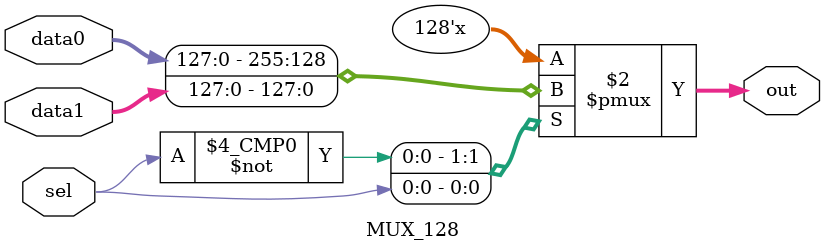
<source format=v>
module MUX_128 (
    input wire sel,                // Tín hiệu chọn
    input wire [127:0] data0,     // Đầu vào 0
    input wire [127:0] data1,     // Đầu vào 1
    output reg [127:0] out         // Đầu ra
);

    always @(*) begin
        case (sel)
            1'b0: out = data0;    // Nếu sel = 0, chọn data0
            1'b1: out = data1;    // Nếu sel = 1, chọn data1
            default: out = 128'b0; // Giá trị mặc định
        endcase
    end

endmodule
</source>
